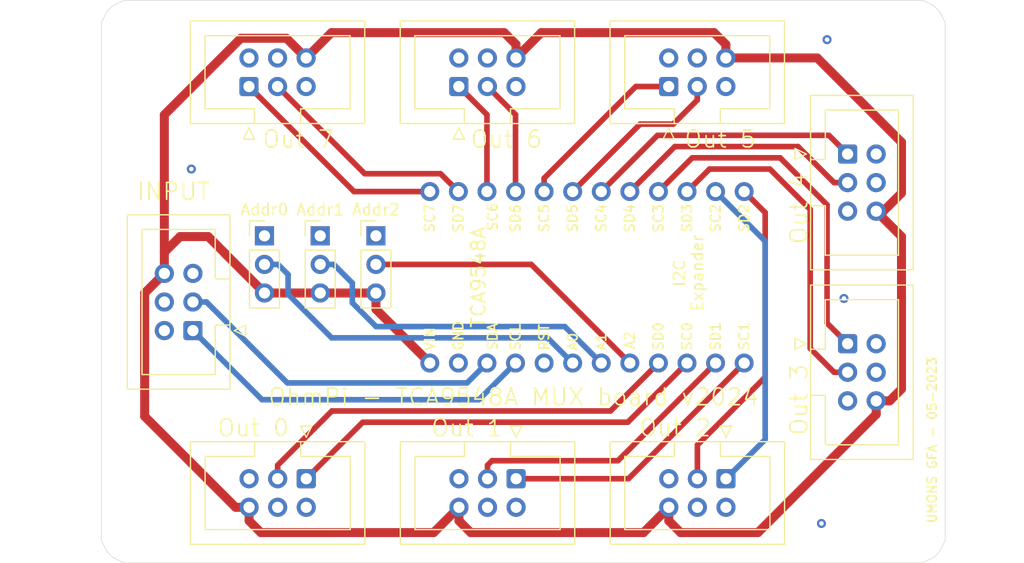
<source format=kicad_pcb>
(kicad_pcb (version 20211014) (generator pcbnew)
  (layers (0 "F.Cu" signal) (31 "B.Cu" signal) (34 "B.Paste" user) (35 "F.Paste" user) (36 "B.SilkS" user "B.Silkscreen") (37 "F.SilkS" user "F.Silkscreen") (38 "B.Mask" user) (39 "F.Mask" user) (44 "Edge.Cuts" user))
  (net 0 "")
  (net 1 "/A0")
  (net 2 "/A1")
  (net 3 "/A2")
  (net 4 "/INPUTSCL")
  (net 6 "/INPUTSDA")
  (net 8 "/7SCL")
  (net 9 "/7SDA")
  (net 10 "/6SCL")
  (net 11 "/6SDA")
  (net 12 "/5SCL")
  (net 13 "/5SDA")
  (net 14 "/4SCL")
  (net 15 "/4SDA")
  (net 16 "/3SCL")
  (net 17 "/3SDA")
  (net 18 "/2SCL")
  (net 19 "/2SDA")
  (net 20 "/1SCL")
  (net 21 "/1SDA")
  (net 22 "/0SCL")
  (net 23 "/0SDA")
  (net 24 "/RESET")
  (net 41 "+5V")
  (net 42 "GNDD")
  (footprint "Connector_IDC:IDC-Header_2x03_P2.54mm_Vertical" (layer "F.Cu") (at 116.122 78.665 90)
    (fp_text reference "J4" hide)
    (fp_text value "I2C")
    (fp_line (start -4.68 -0.5) (end -4.68 0.5) (layer "F.SilkS") (width 0.12))
    (fp_line (start 5.83 10.29) (end -3.29 10.29) (layer "F.SilkS") (width 0.12))
    (fp_line (start -1.98 4.59) (end -1.98 4.59) (layer "F.SilkS") (width 0.12))
    (fp_line (start 4.52 -3.91) (end 4.52 8.99) (layer "F.SilkS") (width 0.12))
    (fp_line (start -3.29 10.29) (end -3.29 -5.21) (layer "F.SilkS") (width 0.12))
    (fp_line (start -3.29 0.49) (end -1.98 0.49) (layer "F.SilkS") (width 0.12))
    (fp_line (start -3.68 0) (end -4.68 -0.5) (layer "F.SilkS") (width 0.12))
    (fp_line (start -1.98 4.59) (end -3.29 4.59) (layer "F.SilkS") (width 0.12))
    (fp_line (start 5.83 -5.21) (end 5.83 10.29) (layer "F.SilkS") (width 0.12))
    (fp_line (start -1.98 8.99) (end -1.98 4.59) (layer "F.SilkS") (width 0.12))
    (fp_line (start -4.68 0.5) (end -3.68 0) (layer "F.SilkS") (width 0.12))
    (fp_line (start -3.29 -5.21) (end 5.83 -5.21) (layer "F.SilkS") (width 0.12))
    (fp_line (start 4.52 8.99) (end -1.98 8.99) (layer "F.SilkS") (width 0.12))
    (fp_line (start -1.98 0.49) (end -1.98 -3.91) (layer "F.SilkS") (width 0.12))
    (fp_line (start -1.98 -3.91) (end 4.52 -3.91) (layer "F.SilkS") (width 0.12))
    (pad "1" thru_hole roundrect (at 0 0 90) (size 1.7 1.7) (drill 1) (layers *.Cu *.Mask) (roundrect_rratio 0.147059) (net 8 "/7SCL"))
    (pad "2" thru_hole circle (at 2.54 0 90) (size 1.7 1.7) (drill 1) (layers *.Cu *.Mask))
    (pad "3" thru_hole circle (at 0 2.54 90) (size 1.7 1.7) (drill 1) (layers *.Cu *.Mask) (net 9 "/7SDA"))
    (pad "4" thru_hole circle (at 2.54 2.54 90) (size 1.7 1.7) (drill 1) (layers *.Cu *.Mask))
    (pad "5" thru_hole circle (at 0 5.08 90) (size 1.7 1.7) (drill 1) (layers *.Cu *.Mask) (net 42 "GNDD"))
    (pad "6" thru_hole circle (at 2.54 5.08 90) (size 1.7 1.7) (drill 1) (layers *.Cu *.Mask) (net 41 "+5V"))
  )
  (footprint "Connector_IDC:IDC-Header_2x03_P2.54mm_Vertical" (layer "F.Cu") (at 139.863 113.52 -90)
    (fp_text reference "J3" hide)
    (fp_text value "I2C")
    (fp_line (start 5.83 10.29) (end -3.29 10.29) (layer "F.SilkS") (width 0.12))
    (fp_line (start -3.29 10.29) (end -3.29 -5.21) (layer "F.SilkS") (width 0.12))
    (fp_line (start -4.68 -0.5) (end -4.68 0.5) (layer "F.SilkS") (width 0.12))
    (fp_line (start -3.29 -5.21) (end 5.83 -5.21) (layer "F.SilkS") (width 0.12))
    (fp_line (start -3.68 0) (end -4.68 -0.5) (layer "F.SilkS") (width 0.12))
    (fp_line (start -3.29 0.49) (end -1.98 0.49) (layer "F.SilkS") (width 0.12))
    (fp_line (start -1.98 -3.91) (end 4.52 -3.91) (layer "F.SilkS") (width 0.12))
    (fp_line (start 5.83 -5.21) (end 5.83 10.29) (layer "F.SilkS") (width 0.12))
    (fp_line (start -1.98 0.49) (end -1.98 -3.91) (layer "F.SilkS") (width 0.12))
    (fp_line (start 4.52 8.99) (end -1.98 8.99) (layer "F.SilkS") (width 0.12))
    (fp_line (start -1.98 8.99) (end -1.98 4.59) (layer "F.SilkS") (width 0.12))
    (fp_line (start 4.52 -3.91) (end 4.52 8.99) (layer "F.SilkS") (width 0.12))
    (fp_line (start -1.98 4.59) (end -3.29 4.59) (layer "F.SilkS") (width 0.12))
    (fp_line (start -4.68 0.5) (end -3.68 0) (layer "F.SilkS") (width 0.12))
    (fp_line (start -1.98 4.59) (end -1.98 4.59) (layer "F.SilkS") (width 0.12))
    (pad "1" thru_hole roundrect (at 0 0 270) (size 1.7 1.7) (drill 1) (layers *.Cu *.Mask) (roundrect_rratio 0.147059) (net 20 "/1SCL"))
    (pad "2" thru_hole circle (at 2.54 0 270) (size 1.7 1.7) (drill 1) (layers *.Cu *.Mask))
    (pad "3" thru_hole circle (at 0 2.54 270) (size 1.7 1.7) (drill 1) (layers *.Cu *.Mask) (net 21 "/1SDA"))
    (pad "4" thru_hole circle (at 2.54 2.54 270) (size 1.7 1.7) (drill 1) (layers *.Cu *.Mask))
    (pad "5" thru_hole circle (at 0 5.08 270) (size 1.7 1.7) (drill 1) (layers *.Cu *.Mask) (net 42 "GNDD"))
    (pad "6" thru_hole circle (at 2.54 5.08 270) (size 1.7 1.7) (drill 1) (layers *.Cu *.Mask) (net 41 "+5V"))
  )
  (footprint "MountingHole:MountingHole_3.2mm_M3_ISO7380" (layer "F.Cu") (at 107 115.5)
    (fp_text reference "REF**" hide)
    (fp_text value "MountingHole_3.2mm_M3_ISO7380")
    (pad "" np_thru_hole circle (at 0 0) (size 3.2 3.2) (drill 3.2) (layers *.Cu *.Mask))
  )
  (footprint "Connector_PinHeader_2.54mm:PinHeader_1x03_P2.54mm_Vertical" (layer "F.Cu") (at 127.405 91.935)
    (fp_text reference "Addr2" (at 0 -2.33) (layer "F.SilkS"))
    (fp_text value "Addr 2")
    (fp_line (start 1.33 1.27) (end 1.33 6.41) (layer "F.SilkS") (width 0.12))
    (fp_line (start -1.33 1.27) (end -1.33 6.41) (layer "F.SilkS") (width 0.12))
    (fp_line (start -1.33 0) (end -1.33 -1.33) (layer "F.SilkS") (width 0.12))
    (fp_line (start -1.33 -1.33) (end 0 -1.33) (layer "F.SilkS") (width 0.12))
    (fp_line (start -1.33 6.41) (end 1.33 6.41) (layer "F.SilkS") (width 0.12))
    (fp_line (start -1.33 1.27) (end 1.33 1.27) (layer "F.SilkS") (width 0.12))
    (pad "1" thru_hole rect (at 0 0) (size 1.7 1.7) (drill 1) (layers *.Cu *.Mask) (net 42 "GNDD"))
    (pad "2" thru_hole oval (at 0 2.54) (size 1.7 1.7) (drill 1) (layers *.Cu *.Mask) (net 3 "/A2"))
    (pad "3" thru_hole oval (at 0 5.08) (size 1.7 1.7) (drill 1) (layers *.Cu *.Mask) (net 41 "+5V"))
  )
  (footprint "MountingHole:MountingHole_3.2mm_M3_ISO7380" (layer "F.Cu") (at 172 115.5)
    (fp_text reference "REF**" hide)
    (fp_text value "MountingHole_3.2mm_M3_ISO7380")
    (pad "" np_thru_hole circle (at 0 0) (size 3.2 3.2) (drill 3.2) (layers *.Cu *.Mask))
  )
  (footprint "Connector_PinHeader_2.54mm:PinHeader_1x03_P2.54mm_Vertical" (layer "F.Cu") (at 117.499 91.935)
    (fp_text reference "Addr0" (at 0 -2.33) (layer "F.SilkS"))
    (fp_text value "Addr0")
    (fp_line (start -1.33 1.27) (end -1.33 6.41) (layer "F.SilkS") (width 0.12))
    (fp_line (start -1.33 6.41) (end 1.33 6.41) (layer "F.SilkS") (width 0.12))
    (fp_line (start 1.33 1.27) (end 1.33 6.41) (layer "F.SilkS") (width 0.12))
    (fp_line (start -1.33 -1.33) (end 0 -1.33) (layer "F.SilkS") (width 0.12))
    (fp_line (start -1.33 1.27) (end 1.33 1.27) (layer "F.SilkS") (width 0.12))
    (fp_line (start -1.33 0) (end -1.33 -1.33) (layer "F.SilkS") (width 0.12))
    (pad "1" thru_hole rect (at 0 0) (size 1.7 1.7) (drill 1) (layers *.Cu *.Mask) (net 42 "GNDD"))
    (pad "2" thru_hole oval (at 0 2.54) (size 1.7 1.7) (drill 1) (layers *.Cu *.Mask) (net 1 "/A0"))
    (pad "3" thru_hole oval (at 0 5.08) (size 1.7 1.7) (drill 1) (layers *.Cu *.Mask) (net 41 "+5V"))
  )
  (footprint "Adafruit TCA9548A:1X12_ROUND" (layer "F.Cu") (at 146.162 103.241)
    (fp_text reference "JP3" hide)
    (fp_text value "HEADER-1X12")
    (pad "1" thru_hole circle (at -13.97 0 90) (size 1.6764 1.6764) (drill 1) (layers *.Cu *.Mask) (net 41 "+5V"))
    (pad "2" thru_hole circle (at -11.43 0 90) (size 1.6764 1.6764) (drill 1) (layers *.Cu *.Mask) (net 42 "GNDD"))
    (pad "3" thru_hole circle (at -8.89 0 90) (size 1.6764 1.6764) (drill 1) (layers *.Cu *.Mask) (net 6 "/INPUTSDA"))
    (pad "4" thru_hole circle (at -6.35 0 90) (size 1.6764 1.6764) (drill 1) (layers *.Cu *.Mask) (net 4 "/INPUTSCL"))
    (pad "5" thru_hole circle (at -3.81 0 90) (size 1.6764 1.6764) (drill 1) (layers *.Cu *.Mask) (net 24 "/RESET"))
    (pad "6" thru_hole circle (at -1.27 0 90) (size 1.6764 1.6764) (drill 1) (layers *.Cu *.Mask) (net 1 "/A0"))
    (pad "7" thru_hole circle (at 1.27 0 90) (size 1.6764 1.6764) (drill 1) (layers *.Cu *.Mask) (net 2 "/A1"))
    (pad "8" thru_hole circle (at 3.81 0 90) (size 1.6764 1.6764) (drill 1) (layers *.Cu *.Mask) (net 3 "/A2"))
    (pad "9" thru_hole circle (at 6.35 0 90) (size 1.6764 1.6764) (drill 1) (layers *.Cu *.Mask) (net 23 "/0SDA"))
    (pad "10" thru_hole circle (at 8.89 0 90) (size 1.6764 1.6764) (drill 1) (layers *.Cu *.Mask) (net 22 "/0SCL"))
    (pad "11" thru_hole circle (at 11.43 0 90) (size 1.6764 1.6764) (drill 1) (layers *.Cu *.Mask) (net 21 "/1SDA"))
    (pad "12" thru_hole circle (at 13.97 0 90) (size 1.6764 1.6764) (drill 1) (layers *.Cu *.Mask) (net 20 "/1SCL"))
  )
  (footprint "Connector_IDC:IDC-Header_2x03_P2.54mm_Vertical" (layer "F.Cu") (at 121.212 113.52 -90)
    (fp_text reference "J2" hide)
    (fp_text value "I2C")
    (fp_line (start 5.83 10.29) (end -3.29 10.29) (layer "F.SilkS") (width 0.12))
    (fp_line (start -1.98 4.59) (end -1.98 4.59) (layer "F.SilkS") (width 0.12))
    (fp_line (start 4.52 8.99) (end -1.98 8.99) (layer "F.SilkS") (width 0.12))
    (fp_line (start -4.68 -0.5) (end -4.68 0.5) (layer "F.SilkS") (width 0.12))
    (fp_line (start -3.29 10.29) (end -3.29 -5.21) (layer "F.SilkS") (width 0.12))
    (fp_line (start 5.83 -5.21) (end 5.83 10.29) (layer "F.SilkS") (width 0.12))
    (fp_line (start -1.98 -3.91) (end 4.52 -3.91) (layer "F.SilkS") (width 0.12))
    (fp_line (start -1.98 0.49) (end -1.98 -3.91) (layer "F.SilkS") (width 0.12))
    (fp_line (start -1.98 4.59) (end -3.29 4.59) (layer "F.SilkS") (width 0.12))
    (fp_line (start -3.68 0) (end -4.68 -0.5) (layer "F.SilkS") (width 0.12))
    (fp_line (start -3.29 0.49) (end -1.98 0.49) (layer "F.SilkS") (width 0.12))
    (fp_line (start -3.29 -5.21) (end 5.83 -5.21) (layer "F.SilkS") (width 0.12))
    (fp_line (start -1.98 8.99) (end -1.98 4.59) (layer "F.SilkS") (width 0.12))
    (fp_line (start 4.52 -3.91) (end 4.52 8.99) (layer "F.SilkS") (width 0.12))
    (fp_line (start -4.68 0.5) (end -3.68 0) (layer "F.SilkS") (width 0.12))
    (pad "1" thru_hole roundrect (at 0 0 270) (size 1.7 1.7) (drill 1) (layers *.Cu *.Mask) (roundrect_rratio 0.147059) (net 22 "/0SCL"))
    (pad "2" thru_hole circle (at 2.54 0 270) (size 1.7 1.7) (drill 1) (layers *.Cu *.Mask))
    (pad "3" thru_hole circle (at 0 2.54 270) (size 1.7 1.7) (drill 1) (layers *.Cu *.Mask) (net 23 "/0SDA"))
    (pad "4" thru_hole circle (at 2.54 2.54 270) (size 1.7 1.7) (drill 1) (layers *.Cu *.Mask))
    (pad "5" thru_hole circle (at 0 5.08 270) (size 1.7 1.7) (drill 1) (layers *.Cu *.Mask) (net 42 "GNDD"))
    (pad "6" thru_hole circle (at 2.54 5.08 270) (size 1.7 1.7) (drill 1) (layers *.Cu *.Mask) (net 41 "+5V"))
  )
  (footprint "Adafruit TCA9548A:1X12_ROUND" (layer "F.Cu") (at 146.162 88.001 180)
    (fp_text reference "JP1" hide)
    (fp_text value "HEADER-1X12")
    (pad "1" thru_hole circle (at -13.97 0 270) (size 1.6764 1.6764) (drill 1) (layers *.Cu *.Mask) (net 19 "/2SDA"))
    (pad "2" thru_hole circle (at -11.43 0 270) (size 1.6764 1.6764) (drill 1) (layers *.Cu *.Mask) (net 18 "/2SCL"))
    (pad "3" thru_hole circle (at -8.89 0 270) (size 1.6764 1.6764) (drill 1) (layers *.Cu *.Mask) (net 17 "/3SDA"))
    (pad "4" thru_hole circle (at -6.35 0 270) (size 1.6764 1.6764) (drill 1) (layers *.Cu *.Mask) (net 16 "/3SCL"))
    (pad "5" thru_hole circle (at -3.81 0 270) (size 1.6764 1.6764) (drill 1) (layers *.Cu *.Mask) (net 15 "/4SDA"))
    (pad "6" thru_hole circle (at -1.27 0 270) (size 1.6764 1.6764) (drill 1) (layers *.Cu *.Mask) (net 14 "/4SCL"))
    (pad "7" thru_hole circle (at 1.27 0 270) (size 1.6764 1.6764) (drill 1) (layers *.Cu *.Mask) (net 13 "/5SDA"))
    (pad "8" thru_hole circle (at 3.81 0 270) (size 1.6764 1.6764) (drill 1) (layers *.Cu *.Mask) (net 12 "/5SCL"))
    (pad "9" thru_hole circle (at 6.35 0 270) (size 1.6764 1.6764) (drill 1) (layers *.Cu *.Mask) (net 11 "/6SDA"))
    (pad "10" thru_hole circle (at 8.89 0 270) (size 1.6764 1.6764) (drill 1) (layers *.Cu *.Mask) (net 10 "/6SCL"))
    (pad "11" thru_hole circle (at 11.43 0 270) (size 1.6764 1.6764) (drill 1) (layers *.Cu *.Mask) (net 9 "/7SDA"))
    (pad "12" thru_hole circle (at 13.97 0 270) (size 1.6764 1.6764) (drill 1) (layers *.Cu *.Mask) (net 8 "/7SCL"))
  )
  (footprint "Connector_IDC:IDC-Header_2x03_P2.54mm_Vertical" (layer "F.Cu") (at 169.325 84.665)
    (fp_text reference "J7" hide)
    (fp_text value "I2C")
    (fp_line (start 5.83 -5.21) (end 5.83 10.29) (layer "F.SilkS") (width 0.12))
    (fp_line (start -1.98 4.59) (end -1.98 4.59) (layer "F.SilkS") (width 0.12))
    (fp_line (start -1.98 8.99) (end -1.98 4.59) (layer "F.SilkS") (width 0.12))
    (fp_line (start -1.98 4.59) (end -3.29 4.59) (layer "F.SilkS") (width 0.12))
    (fp_line (start 5.83 10.29) (end -3.29 10.29) (layer "F.SilkS") (width 0.12))
    (fp_line (start 4.52 8.99) (end -1.98 8.99) (layer "F.SilkS") (width 0.12))
    (fp_line (start -4.68 -0.5) (end -4.68 0.5) (layer "F.SilkS") (width 0.12))
    (fp_line (start -3.29 -5.21) (end 5.83 -5.21) (layer "F.SilkS") (width 0.12))
    (fp_line (start 4.52 -3.91) (end 4.52 8.99) (layer "F.SilkS") (width 0.12))
    (fp_line (start -1.98 0.49) (end -1.98 -3.91) (layer "F.SilkS") (width 0.12))
    (fp_line (start -4.68 0.5) (end -3.68 0) (layer "F.SilkS") (width 0.12))
    (fp_line (start -3.68 0) (end -4.68 -0.5) (layer "F.SilkS") (width 0.12))
    (fp_line (start -3.29 0.49) (end -1.98 0.49) (layer "F.SilkS") (width 0.12))
    (fp_line (start -3.29 10.29) (end -3.29 -5.21) (layer "F.SilkS") (width 0.12))
    (fp_line (start -1.98 -3.91) (end 4.52 -3.91) (layer "F.SilkS") (width 0.12))
    (pad "1" thru_hole roundrect (at 0 0) (size 1.7 1.7) (drill 1) (layers *.Cu *.Mask) (roundrect_rratio 0.147059) (net 14 "/4SCL"))
    (pad "2" thru_hole circle (at 2.54 0) (size 1.7 1.7) (drill 1) (layers *.Cu *.Mask))
    (pad "3" thru_hole circle (at 0 2.54) (size 1.7 1.7) (drill 1) (layers *.Cu *.Mask) (net 15 "/4SDA"))
    (pad "4" thru_hole circle (at 2.54 2.54) (size 1.7 1.7) (drill 1) (layers *.Cu *.Mask))
    (pad "5" thru_hole circle (at 0 5.08) (size 1.7 1.7) (drill 1) (layers *.Cu *.Mask) (net 42 "GNDD"))
    (pad "6" thru_hole circle (at 2.54 5.08) (size 1.7 1.7) (drill 1) (layers *.Cu *.Mask) (net 41 "+5V"))
  )
  (footprint "Connector_IDC:IDC-Header_2x03_P2.54mm_Vertical" (layer "F.Cu") (at 158.514 113.52 -90)
    (fp_text reference "J9" hide)
    (fp_text value "I2C")
    (fp_line (start -3.68 0) (end -4.68 -0.5) (layer "F.SilkS") (width 0.12))
    (fp_line (start -1.98 0.49) (end -1.98 -3.91) (layer "F.SilkS") (width 0.12))
    (fp_line (start 5.83 10.29) (end -3.29 10.29) (layer "F.SilkS") (width 0.12))
    (fp_line (start -4.68 -0.5) (end -4.68 0.5) (layer "F.SilkS") (width 0.12))
    (fp_line (start -4.68 0.5) (end -3.68 0) (layer "F.SilkS") (width 0.12))
    (fp_line (start 4.52 8.99) (end -1.98 8.99) (layer "F.SilkS") (width 0.12))
    (fp_line (start -1.98 8.99) (end -1.98 4.59) (layer "F.SilkS") (width 0.12))
    (fp_line (start -3.29 0.49) (end -1.98 0.49) (layer "F.SilkS") (width 0.12))
    (fp_line (start -3.29 -5.21) (end 5.83 -5.21) (layer "F.SilkS") (width 0.12))
    (fp_line (start -1.98 4.59) (end -1.98 4.59) (layer "F.SilkS") (width 0.12))
    (fp_line (start 4.52 -3.91) (end 4.52 8.99) (layer "F.SilkS") (width 0.12))
    (fp_line (start -1.98 4.59) (end -3.29 4.59) (layer "F.SilkS") (width 0.12))
    (fp_line (start 5.83 -5.21) (end 5.83 10.29) (layer "F.SilkS") (width 0.12))
    (fp_line (start -1.98 -3.91) (end 4.52 -3.91) (layer "F.SilkS") (width 0.12))
    (fp_line (start -3.29 10.29) (end -3.29 -5.21) (layer "F.SilkS") (width 0.12))
    (pad "1" thru_hole roundrect (at 0 0 270) (size 1.7 1.7) (drill 1) (layers *.Cu *.Mask) (roundrect_rratio 0.147059) (net 18 "/2SCL"))
    (pad "2" thru_hole circle (at 2.54 0 270) (size 1.7 1.7) (drill 1) (layers *.Cu *.Mask))
    (pad "3" thru_hole circle (at 0 2.54 270) (size 1.7 1.7) (drill 1) (layers *.Cu *.Mask) (net 19 "/2SDA"))
    (pad "4" thru_hole circle (at 2.54 2.54 270) (size 1.7 1.7) (drill 1) (layers *.Cu *.Mask))
    (pad "5" thru_hole circle (at 0 5.08 270) (size 1.7 1.7) (drill 1) (layers *.Cu *.Mask) (net 42 "GNDD"))
    (pad "6" thru_hole circle (at 2.54 5.08 270) (size 1.7 1.7) (drill 1) (layers *.Cu *.Mask) (net 41 "+5V"))
  )
  (footprint "MountingHole:MountingHole_3.2mm_M3_ISO7380" (layer "F.Cu") (at 107 75.5)
    (fp_text reference "REF**" hide)
    (fp_text value "MountingHole_3.2mm_M3_ISO7380")
    (pad "" np_thru_hole circle (at 0 0) (size 3.2 3.2) (drill 3.2) (layers *.Cu *.Mask))
  )
  (footprint "MountingHole:MountingHole_3.2mm_M3_ISO7380" (layer "F.Cu") (at 172 75.5)
    (fp_text reference "REF**" hide)
    (fp_text value "MountingHole_3.2mm_M3_ISO7380")
    (pad "" np_thru_hole circle (at 0 0) (size 3.2 3.2) (drill 3.2) (layers *.Cu *.Mask))
  )
  (footprint "Connector_IDC:IDC-Header_2x03_P2.54mm_Vertical" (layer "F.Cu") (at 134.773 78.665 90)
    (fp_text reference "J5" hide)
    (fp_text value "I2C")
    (fp_line (start -1.98 8.99) (end -1.98 4.59) (layer "F.SilkS") (width 0.12))
    (fp_line (start -1.98 -3.91) (end 4.52 -3.91) (layer "F.SilkS") (width 0.12))
    (fp_line (start 5.83 -5.21) (end 5.83 10.29) (layer "F.SilkS") (width 0.12))
    (fp_line (start -3.68 0) (end -4.68 -0.5) (layer "F.SilkS") (width 0.12))
    (fp_line (start -3.29 0.49) (end -1.98 0.49) (layer "F.SilkS") (width 0.12))
    (fp_line (start -4.68 -0.5) (end -4.68 0.5) (layer "F.SilkS") (width 0.12))
    (fp_line (start -3.29 10.29) (end -3.29 -5.21) (layer "F.SilkS") (width 0.12))
    (fp_line (start -1.98 0.49) (end -1.98 -3.91) (layer "F.SilkS") (width 0.12))
    (fp_line (start -1.98 4.59) (end -1.98 4.59) (layer "F.SilkS") (width 0.12))
    (fp_line (start -1.98 4.59) (end -3.29 4.59) (layer "F.SilkS") (width 0.12))
    (fp_line (start 4.52 -3.91) (end 4.52 8.99) (layer "F.SilkS") (width 0.12))
    (fp_line (start 5.83 10.29) (end -3.29 10.29) (layer "F.SilkS") (width 0.12))
    (fp_line (start -3.29 -5.21) (end 5.83 -5.21) (layer "F.SilkS") (width 0.12))
    (fp_line (start -4.68 0.5) (end -3.68 0) (layer "F.SilkS") (width 0.12))
    (fp_line (start 4.52 8.99) (end -1.98 8.99) (layer "F.SilkS") (width 0.12))
    (pad "1" thru_hole roundrect (at 0 0 90) (size 1.7 1.7) (drill 1) (layers *.Cu *.Mask) (roundrect_rratio 0.147059) (net 10 "/6SCL"))
    (pad "2" thru_hole circle (at 2.54 0 90) (size 1.7 1.7) (drill 1) (layers *.Cu *.Mask))
    (pad "3" thru_hole circle (at 0 2.54 90) (size 1.7 1.7) (drill 1) (layers *.Cu *.Mask) (net 11 "/6SDA"))
    (pad "4" thru_hole circle (at 2.54 2.54 90) (size 1.7 1.7) (drill 1) (layers *.Cu *.Mask))
    (pad "5" thru_hole circle (at 0 5.08 90) (size 1.7 1.7) (drill 1) (layers *.Cu *.Mask) (net 42 "GNDD"))
    (pad "6" thru_hole circle (at 2.54 5.08 90) (size 1.7 1.7) (drill 1) (layers *.Cu *.Mask) (net 41 "+5V"))
  )
  (footprint "Connector_IDC:IDC-Header_2x03_P2.54mm_Vertical" (layer "F.Cu") (at 169.325 101.52)
    (fp_text reference "J8" hide)
    (fp_text value "I2C")
    (fp_line (start -4.68 -0.5) (end -4.68 0.5) (layer "F.SilkS") (width 0.12))
    (fp_line (start -1.98 4.59) (end -3.29 4.59) (layer "F.SilkS") (width 0.12))
    (fp_line (start -3.68 0) (end -4.68 -0.5) (layer "F.SilkS") (width 0.12))
    (fp_line (start -1.98 8.99) (end -1.98 4.59) (layer "F.SilkS") (width 0.12))
    (fp_line (start 4.52 -3.91) (end 4.52 8.99) (layer "F.SilkS") (width 0.12))
    (fp_line (start -4.68 0.5) (end -3.68 0) (layer "F.SilkS") (width 0.12))
    (fp_line (start -1.98 -3.91) (end 4.52 -3.91) (layer "F.SilkS") (width 0.12))
    (fp_line (start 4.52 8.99) (end -1.98 8.99) (layer "F.SilkS") (width 0.12))
    (fp_line (start -3.29 0.49) (end -1.98 0.49) (layer "F.SilkS") (width 0.12))
    (fp_line (start -1.98 0.49) (end -1.98 -3.91) (layer "F.SilkS") (width 0.12))
    (fp_line (start -1.98 4.59) (end -1.98 4.59) (layer "F.SilkS") (width 0.12))
    (fp_line (start -3.29 10.29) (end -3.29 -5.21) (layer "F.SilkS") (width 0.12))
    (fp_line (start -3.29 -5.21) (end 5.83 -5.21) (layer "F.SilkS") (width 0.12))
    (fp_line (start 5.83 -5.21) (end 5.83 10.29) (layer "F.SilkS") (width 0.12))
    (fp_line (start 5.83 10.29) (end -3.29 10.29) (layer "F.SilkS") (width 0.12))
    (pad "1" thru_hole roundrect (at 0 0) (size 1.7 1.7) (drill 1) (layers *.Cu *.Mask) (roundrect_rratio 0.147059) (net 16 "/3SCL"))
    (pad "2" thru_hole circle (at 2.54 0) (size 1.7 1.7) (drill 1) (layers *.Cu *.Mask))
    (pad "3" thru_hole circle (at 0 2.54) (size 1.7 1.7) (drill 1) (layers *.Cu *.Mask) (net 17 "/3SDA"))
    (pad "4" thru_hole circle (at 2.54 2.54) (size 1.7 1.7) (drill 1) (layers *.Cu *.Mask))
    (pad "5" thru_hole circle (at 0 5.08) (size 1.7 1.7) (drill 1) (layers *.Cu *.Mask) (net 42 "GNDD"))
    (pad "6" thru_hole circle (at 2.54 5.08) (size 1.7 1.7) (drill 1) (layers *.Cu *.Mask) (net 41 "+5V"))
  )
  (footprint "Connector_IDC:IDC-Header_2x03_P2.54mm_Vertical" (layer "F.Cu") (at 153.424 78.665 90)
    (fp_text reference "J6" hide)
    (fp_text value "I2C")
    (fp_line (start -3.29 0.49) (end -1.98 0.49) (layer "F.SilkS") (width 0.12))
    (fp_line (start -1.98 4.59) (end -3.29 4.59) (layer "F.SilkS") (width 0.12))
    (fp_line (start 4.52 -3.91) (end 4.52 8.99) (layer "F.SilkS") (width 0.12))
    (fp_line (start 5.83 10.29) (end -3.29 10.29) (layer "F.SilkS") (width 0.12))
    (fp_line (start -1.98 -3.91) (end 4.52 -3.91) (layer "F.SilkS") (width 0.12))
    (fp_line (start -1.98 8.99) (end -1.98 4.59) (layer "F.SilkS") (width 0.12))
    (fp_line (start -3.29 -5.21) (end 5.83 -5.21) (layer "F.SilkS") (width 0.12))
    (fp_line (start -3.68 0) (end -4.68 -0.5) (layer "F.SilkS") (width 0.12))
    (fp_line (start -4.68 -0.5) (end -4.68 0.5) (layer "F.SilkS") (width 0.12))
    (fp_line (start 5.83 -5.21) (end 5.83 10.29) (layer "F.SilkS") (width 0.12))
    (fp_line (start -4.68 0.5) (end -3.68 0) (layer "F.SilkS") (width 0.12))
    (fp_line (start -1.98 4.59) (end -1.98 4.59) (layer "F.SilkS") (width 0.12))
    (fp_line (start -1.98 0.49) (end -1.98 -3.91) (layer "F.SilkS") (width 0.12))
    (fp_line (start -3.29 10.29) (end -3.29 -5.21) (layer "F.SilkS") (width 0.12))
    (fp_line (start 4.52 8.99) (end -1.98 8.99) (layer "F.SilkS") (width 0.12))
    (pad "1" thru_hole roundrect (at 0 0 90) (size 1.7 1.7) (drill 1) (layers *.Cu *.Mask) (roundrect_rratio 0.147059) (net 12 "/5SCL"))
    (pad "2" thru_hole circle (at 2.54 0 90) (size 1.7 1.7) (drill 1) (layers *.Cu *.Mask))
    (pad "3" thru_hole circle (at 0 2.54 90) (size 1.7 1.7) (drill 1) (layers *.Cu *.Mask) (net 13 "/5SDA"))
    (pad "4" thru_hole circle (at 2.54 2.54 90) (size 1.7 1.7) (drill 1) (layers *.Cu *.Mask))
    (pad "5" thru_hole circle (at 0 5.08 90) (size 1.7 1.7) (drill 1) (layers *.Cu *.Mask) (net 42 "GNDD"))
    (pad "6" thru_hole circle (at 2.54 5.08 90) (size 1.7 1.7) (drill 1) (layers *.Cu *.Mask) (net 41 "+5V"))
  )
  (footprint "Connector_PinHeader_2.54mm:PinHeader_1x03_P2.54mm_Vertical" (layer "F.Cu") (at 122.452 91.935)
    (fp_text reference "Addr1" (at 0 -2.33) (layer "F.SilkS"))
    (fp_text value "Addr 1")
    (fp_line (start -1.33 0) (end -1.33 -1.33) (layer "F.SilkS") (width 0.12))
    (fp_line (start -1.33 1.27) (end 1.33 1.27) (layer "F.SilkS") (width 0.12))
    (fp_line (start -1.33 6.41) (end 1.33 6.41) (layer "F.SilkS") (width 0.12))
    (fp_line (start -1.33 1.27) (end -1.33 6.41) (layer "F.SilkS") (width 0.12))
    (fp_line (start -1.33 -1.33) (end 0 -1.33) (layer "F.SilkS") (width 0.12))
    (fp_line (start 1.33 1.27) (end 1.33 6.41) (layer "F.SilkS") (width 0.12))
    (pad "1" thru_hole rect (at 0 0) (size 1.7 1.7) (drill 1) (layers *.Cu *.Mask) (net 42 "GNDD"))
    (pad "2" thru_hole oval (at 0 2.54) (size 1.7 1.7) (drill 1) (layers *.Cu *.Mask) (net 2 "/A1"))
    (pad "3" thru_hole oval (at 0 5.08) (size 1.7 1.7) (drill 1) (layers *.Cu *.Mask) (net 41 "+5V"))
  )
  (footprint "Connector_IDC:IDC-Header_2x03_P2.54mm_Vertical" (layer "F.Cu") (at 111.14 100.355 180)
    (fp_text reference "J1" hide)
    (fp_text value "I2C")
    (fp_line (start 5.83 10.29) (end -3.29 10.29) (layer "F.SilkS") (width 0.12))
    (fp_line (start -1.98 4.59) (end -3.29 4.59) (layer "F.SilkS") (width 0.12))
    (fp_line (start -1.98 4.59) (end -1.98 4.59) (layer "F.SilkS") (width 0.12))
    (fp_line (start -4.68 -0.5) (end -4.68 0.5) (layer "F.SilkS") (width 0.12))
    (fp_line (start 4.52 8.99) (end -1.98 8.99) (layer "F.SilkS") (width 0.12))
    (fp_line (start -3.29 10.29) (end -3.29 -5.21) (layer "F.SilkS") (width 0.12))
    (fp_line (start -1.98 0.49) (end -1.98 -3.91) (layer "F.SilkS") (width 0.12))
    (fp_line (start -3.29 -5.21) (end 5.83 -5.21) (layer "F.SilkS") (width 0.12))
    (fp_line (start -3.68 0) (end -4.68 -0.5) (layer "F.SilkS") (width 0.12))
    (fp_line (start -1.98 8.99) (end -1.98 4.59) (layer "F.SilkS") (width 0.12))
    (fp_line (start 5.83 -5.21) (end 5.83 10.29) (layer "F.SilkS") (width 0.12))
    (fp_line (start -4.68 0.5) (end -3.68 0) (layer "F.SilkS") (width 0.12))
    (fp_line (start -1.98 -3.91) (end 4.52 -3.91) (layer "F.SilkS") (width 0.12))
    (fp_line (start 4.52 -3.91) (end 4.52 8.99) (layer "F.SilkS") (width 0.12))
    (fp_line (start -3.29 0.49) (end -1.98 0.49) (layer "F.SilkS") (width 0.12))
    (pad "1" thru_hole roundrect (at 0 0 180) (size 1.7 1.7) (drill 1) (layers *.Cu *.Mask) (roundrect_rratio 0.147059) (net 4 "/INPUTSCL"))
    (pad "2" thru_hole circle (at 2.54 0 180) (size 1.7 1.7) (drill 1) (layers *.Cu *.Mask))
    (pad "3" thru_hole circle (at 0 2.54 180) (size 1.7 1.7) (drill 1) (layers *.Cu *.Mask) (net 6 "/INPUTSDA"))
    (pad "4" thru_hole circle (at 2.54 2.54 180) (size 1.7 1.7) (drill 1) (layers *.Cu *.Mask))
    (pad "5" thru_hole circle (at 0 5.08 180) (size 1.7 1.7) (drill 1) (layers *.Cu *.Mask) (net 42 "GNDD"))
    (pad "6" thru_hole circle (at 2.54 5.08 180) (size 1.7 1.7) (drill 1) (layers *.Cu *.Mask) (net 41 "+5V"))
  )
  (gr_line (start 103 73) (end 103.5 72) (layer "Edge.Cuts") (width 0.05))
  (gr_line (start 177 72) (end 177 72) (layer "Edge.Cuts") (width 0.05))
  (gr_line (start 105 121) (end 104 120.5) (layer "Edge.Cuts") (width 0.05))
  (gr_line (start 103.5 120) (end 103 119) (layer "Edge.Cuts") (width 0.05))
  (gr_line (start 105 71) (end 176 71) (layer "Edge.Cuts") (width 0.05))
  (gr_line (start 177.5 72) (end 178 73) (layer "Edge.Cuts") (width 0.05))
  (gr_line (start 104 71.5) (end 103.5 72) (layer "Edge.Cuts") (width 0.05))
  (gr_line (start 178 119) (end 177.5 120) (layer "Edge.Cuts") (width 0.05))
  (gr_line (start 103 73) (end 103 119) (layer "Edge.Cuts") (width 0.05))
  (gr_line (start 176 71) (end 177 71.5) (layer "Edge.Cuts") (width 0.05))
  (gr_line (start 104 120.5) (end 103.5 120) (layer "Edge.Cuts") (width 0.05))
  (gr_line (start 177 71.5) (end 177.5 72) (layer "Edge.Cuts") (width 0.05))
  (gr_line (start 178 119) (end 178 73) (layer "Edge.Cuts") (width 0.05))
  (gr_line (start 105 121) (end 176 121) (layer "Edge.Cuts") (width 0.05))
  (gr_line (start 177.5 120) (end 177 120.5) (layer "Edge.Cuts") (width 0.05))
  (gr_line (start 177 120.5) (end 176 121) (layer "Edge.Cuts") (width 0.05))
  (gr_line (start 105 71) (end 104 71.5) (layer "Edge.Cuts") (width 0.05))
  (gr_text "I2C\nExpander" (at 155.179 95.24 90) (layer "F.SilkS") (effects (font (size 0.99441 0.99441) (thickness 0.14859))))
  (gr_text "Out 0" (at 116.5 109) (layer "F.SilkS") (effects (font (size 1.5 1.5))))
  (gr_text "SC4" (at 147.432 89.017 90) (layer "F.SilkS") (effects (font (size 0.8636 0.8636) (thickness 0.1524)) (justify right)))
  (gr_text "SC2" (at 157.592 89.017 90) (layer "F.SilkS") (effects (font (size 0.8636 0.8636) (thickness 0.1524)) (justify right)))
  (gr_text "SD5" (at 144.892 89.017 90) (layer "F.SilkS") (effects (font (size 0.8636 0.8636) (thickness 0.1524)) (justify right)))
  (gr_text "SD2" (at 160.132 89.017 90) (layer "F.SilkS") (effects (font (size 0.8636 0.8636) (thickness 0.1524)) (justify right)))
  (gr_text "SC3" (at 152.512 89.017 90) (layer "F.SilkS") (effects (font (size 0.8636 0.8636) (thickness 0.1524)) (justify right)))
  (gr_text "SD3" (at 155.052 89.017 90) (layer "F.SilkS") (effects (font (size 0.8636 0.8636) (thickness 0.1524)) (justify right)))
  (gr_text "Out 4" (at 165 89.5 90) (layer "F.SilkS") (effects (font (size 1.5 1.5))))
  (gr_text "SD7" (at 134.732 89.017 90) (layer "F.SilkS") (effects (font (size 0.8636 0.8636) (thickness 0.1524)) (justify right)))
  (gr_text "GND" (at 134.732 102.225 90) (layer "F.SilkS") (effects (font (size 0.8636 0.8636) (thickness 0.1524)) (justify left)))
  (gr_text "SC5" (at 142.352 89.017 90) (layer "F.SilkS") (effects (font (size 0.8636 0.8636) (thickness 0.1524)) (justify right)))
  (gr_text "SC0" (at 155.052 102.225 90) (layer "F.SilkS") (effects (font (size 0.8636 0.8636) (thickness 0.1524)) (justify left)))
  (gr_text "SCL" (at 139.812 102.225 90) (layer "F.SilkS") (effects (font (size 0.8636 0.8636) (thickness 0.1524)) (justify left)))
  (gr_text "Out 3" (at 165 106.5 90) (layer "F.SilkS") (effects (font (size 1.5 1.5))))
  (gr_text "SC6" (at 137.78 88.89 90) (layer "F.SilkS") (effects (font (size 0.8636 0.8636) (thickness 0.1524)) (justify right)))
  (gr_text "SD4" (at 149.972 89.017 90) (layer "F.SilkS") (effects (font (size 0.8636 0.8636) (thickness 0.1524)) (justify right)))
  (gr_text "Out 1" (at 135.5 109) (layer "F.SilkS") (effects (font (size 1.5 1.5))))
  (gr_text "Out 5" (at 157.999999 83.342328) (layer "F.SilkS") (effects (font (size 1.5 1.5))))
  (gr_text "SD6" (at 139.812 89.017 90) (layer "F.SilkS") (effects (font (size 0.8636 0.8636) (thickness 0.1524)) (justify right)))
  (gr_text "SC7" (at 132.192 89.017 90) (layer "F.SilkS") (effects (font (size 0.8636 0.8636) (thickness 0.1524)) (justify right)))
  (gr_text "A2" (at 149.972 102.098 90) (layer "F.SilkS") (effects (font (size 0.8636 0.8636) (thickness 0.1524)) (justify left)))
  (gr_text "RST" (at 142.352 102.225 90) (layer "F.SilkS") (effects (font (size 0.8636 0.8636) (thickness 0.1524)) (justify left)))
  (gr_text "UMONS GFA - 05-2023" (at 176.83 110.091 90) (layer "F.SilkS") (effects (font (size 0.8 0.8))))
  (gr_text "VIN" (at 132.192 102.225 90) (layer "F.SilkS") (effects (font (size 0.8636 0.8636) (thickness 0.1524)) (justify left)))
  (gr_text "INPUT" (at 109.41 88) (layer "F.SilkS") (effects (font (size 1.5 1.5))))
  (gr_text "SD1" (at 157.592 102.225 90) (layer "F.SilkS") (effects (font (size 0.8636 0.8636) (thickness 0.1524)) (justify left)))
  (gr_text "Out 2" (at 154 109) (layer "F.SilkS") (effects (font (size 1.5 1.5))))
  (gr_text "SDA" (at 137.78 102.225 90) (layer "F.SilkS") (effects (font (size 0.8636 0.8636) (thickness 0.1524)) (justify left)))
  (gr_text "OhmPi - TCA9548A MUX board v2024" (at 139.628 106.257) (layer "F.SilkS") (effects (font (size 1.5 1.5))))
  (gr_text "A1" (at 147.432 102.225 90) (layer "F.SilkS") (effects (font (size 0.8636 0.8636) (thickness 0.1524)) (justify left)))
  (gr_text "TCA9548A" (at 136.51 95.621 90) (layer "F.SilkS") (effects (font (size 1.22936 1.22936) (thickness 0.16764))))
  (gr_text "Out 7" (at 120.5 83.345) (layer "F.SilkS") (effects (font (size 1.5 1.5))))
  (gr_text "SC1" (at 160.132 102.225 90) (layer "F.SilkS") (effects (font (size 0.8636 0.8636) (thickness 0.1524)) (justify left)))
  (gr_text "Out 6" (at 139 83.345) (layer "F.SilkS") (effects (font (size 1.5 1.5))))
  (gr_text "A0" (at 144.892 102.225 90) (layer "F.SilkS") (effects (font (size 0.8636 0.8636) (thickness 0.1524)) (justify left)))
  (gr_text "SD0" (at 152.512 102.225 90) (layer "F.SilkS") (effects (font (size 0.8636 0.8636) (thickness 0.1524)) (justify left)))
  (segment (start 123.467842 101) (end 119.598511 97.130669) (width 0.5) (layer "B.Cu") (net 1))
  (segment (start 144.892 103.241) (end 142.651 101) (width 0.5) (layer "B.Cu") (net 1))
  (segment (start 119.598511 95.37243) (end 118.701081 94.475) (width 0.5) (layer "B.Cu") (net 1))
  (segment (start 118.701081 94.475) (end 117.499 94.475) (width 0.5) (layer "B.Cu") (net 1))
  (segment (start 119.598511 97.130669) (end 119.598511 95.37243) (width 0.5) (layer "B.Cu") (net 1))
  (segment (start 142.651 101) (end 123.467842 101) (width 0.5) (layer "B.Cu") (net 1))
  (segment (start 125.305489 96.126408) (end 125.305489 97.884647) (width 0.5) (layer "B.Cu") (net 2))
  (segment (start 127.421331 100.000489) (end 144.191489 100.000489) (width 0.5) (layer "B.Cu") (net 2))
  (segment (start 125.305489 97.884647) (end 127.421331 100.000489) (width 0.5) (layer "B.Cu") (net 2))
  (segment (start 144.191489 100.000489) (end 147.432 103.241) (width 0.5) (layer "B.Cu") (net 2))
  (segment (start 122.452 94.475) (end 123.654081 94.475) (width 0.5) (layer "B.Cu") (net 2))
  (segment (start 123.654081 94.475) (end 125.305489 96.126408) (width 0.5) (layer "B.Cu") (net 2))
  (segment (start 141.206 94.475) (end 149.972 103.241) (width 0.5) (layer "F.Cu") (net 3))
  (segment (start 127.405 94.475) (end 141.206 94.475) (width 0.5) (layer "F.Cu") (net 3))
  (segment (start 139.812 103.241) (end 136.553 106.5) (width 0.5) (layer "B.Cu") (net 4))
  (segment (start 117.285 106.5) (end 111.14 100.355) (width 0.5) (layer "B.Cu") (net 4))
  (segment (start 136.553 106.5) (end 117.285 106.5) (width 0.5) (layer "B.Cu") (net 4))
  (segment (start 135.5065 105.0065) (end 119.533582 105.0065) (width 0.5) (layer "B.Cu") (net 6))
  (segment (start 112.342081 97.815) (end 119.533582 105.0065) (width 0.5) (layer "B.Cu") (net 6))
  (segment (start 135.5065 105.0065) (end 137.272 103.241) (width 0.5) (layer "B.Cu") (net 6))
  (segment (start 112.342081 97.815) (end 111.14 97.815) (width 0.5) (layer "B.Cu") (net 6))
  (segment (start 132.192 88.001) (end 125.458 88.001) (width 0.5) (layer "F.Cu") (net 8))
  (segment (start 125.458 88.001) (end 116.122 78.665) (width 0.5) (layer "F.Cu") (net 8))
  (segment (start 126.410289 86.413289) (end 118.662 78.665) (width 0.5) (layer "F.Cu") (net 9))
  (segment (start 134.732 88.001) (end 133.144289 86.413289) (width 0.5) (layer "F.Cu") (net 9))
  (segment (start 133.144289 86.413289) (end 126.410289 86.413289) (width 0.5) (layer "F.Cu") (net 9))
  (segment (start 137.272 81.164) (end 134.773 78.665) (width 0.5) (layer "F.Cu") (net 10))
  (segment (start 137.272 88.001) (end 137.272 81.164) (width 0.5) (layer "F.Cu") (net 10))
  (segment (start 137.313 78.665) (end 139.812 81.164) (width 0.5) (layer "F.Cu") (net 11))
  (segment (start 139.812 81.164) (end 139.812 88.001) (width 0.5) (layer "F.Cu") (net 11))
  (segment (start 142.352 86.815607) (end 150.502607 78.665) (width 0.5) (layer "F.Cu") (net 12))
  (segment (start 150.502607 78.665) (end 153.424 78.665) (width 0.5) (layer "F.Cu") (net 12))
  (segment (start 142.352 88.001) (end 142.352 86.815607) (width 0.5) (layer "F.Cu") (net 12))
  (segment (start 150.891044 82.001956) (end 144.892 88.001) (width 0.5) (layer "F.Cu") (net 13))
  (segment (start 155.964 78.665) (end 155.964 79.867081) (width 0.5) (layer "F.Cu") (net 13))
  (segment (start 153.829125 82.001956) (end 150.891044 82.001956) (width 0.5) (layer "F.Cu") (net 13))
  (segment (start 155.964 79.867081) (end 153.829125 82.001956) (width 0.5) (layer "F.Cu") (net 13))
  (segment (start 167.661467 83.001467) (end 169.325 84.665) (width 0.5) (layer "F.Cu") (net 14))
  (segment (start 147.432 88.001) (end 152.431533 83.001467) (width 0.5) (layer "F.Cu") (net 14))
  (segment (start 152.431533 83.001467) (end 167.661467 83.001467) (width 0.5) (layer "F.Cu") (net 14))
  (segment (start 149.972 88.001) (end 153.972022 84.000978) (width 0.5) (layer "F.Cu") (net 15))
  (segment (start 153.972022 84.000978) (end 164.918897 84.000978) (width 0.5) (layer "F.Cu") (net 15))
  (segment (start 168.122919 87.205) (end 169.325 87.205) (width 0.5) (layer "F.Cu") (net 15))
  (segment (start 164.918897 84.000978) (end 168.122919 87.205) (width 0.5) (layer "F.Cu") (net 15))
  (segment (start 163.327533 85.000489) (end 167.499022 89.171978) (width 0.5) (layer "F.Cu") (net 16))
  (segment (start 155.512511 85.000489) (end 163.327533 85.000489) (width 0.5) (layer "F.Cu") (net 16))
  (segment (start 152.512 88.001) (end 155.512511 85.000489) (width 0.5) (layer "F.Cu") (net 16))
  (segment (start 167.499022 89.171978) (end 167.499022 99.694022) (width 0.5) (layer "F.Cu") (net 16))
  (segment (start 167.499022 99.694022) (end 169.325 101.52) (width 0.5) (layer "F.Cu") (net 16))
  (segment (start 165.999511 89.585989) (end 162.413522 86) (width 0.5) (layer "F.Cu") (net 17))
  (segment (start 169.325 104.06) (end 168.122919 104.06) (width 0.5) (layer "F.Cu") (net 17))
  (segment (start 168.122919 104.06) (end 165.999511 101.936592) (width 0.5) (layer "F.Cu") (net 17))
  (segment (start 165.999511 101.936592) (end 165.999511 89.585989) (width 0.5) (layer "F.Cu") (net 17))
  (segment (start 157.053 86) (end 155.052 88.001) (width 0.5) (layer "F.Cu") (net 17))
  (segment (start 162.413522 86) (end 157.053 86) (width 0.5) (layer "F.Cu") (net 17))
  (segment (start 158.514 113.52) (end 162 110.034) (width 0.5) (layer "B.Cu") (net 18))
  (segment (start 162 110.034) (end 162 92.409) (width 0.5) (layer "B.Cu") (net 18))
  (segment (start 162 92.409) (end 157.592 88.001) (width 0.5) (layer "B.Cu") (net 18))
  (segment (start 155.974 110.526) (end 162 104.5) (width 0.5) (layer "F.Cu") (net 19))
  (segment (start 162 89.869) (end 160.132 88.001) (width 0.5) (layer "F.Cu") (net 19))
  (segment (start 162 104.5) (end 162 89.869) (width 0.5) (layer "F.Cu") (net 19))
  (segment (start 155.974 113.52) (end 155.974 110.526) (width 0.5) (layer "F.Cu") (net 19))
  (segment (start 149.853 113.52) (end 139.863 113.52) (width 0.5) (layer "F.Cu") (net 20))
  (segment (start 160.132 103.241) (end 149.853 113.52) (width 0.5) (layer "F.Cu") (net 20))
  (segment (start 148.91252 111.92048) (end 157.592 103.241) (width 0.5) (layer "F.Cu") (net 21))
  (segment (start 137.323 112.317919) (end 137.720439 111.92048) (width 0.5) (layer "F.Cu") (net 21))
  (segment (start 137.323 113.52) (end 137.323 112.317919) (width 0.5) (layer "F.Cu") (net 21))
  (segment (start 137.720439 111.92048) (end 148.91252 111.92048) (width 0.5) (layer "F.Cu") (net 21))
  (segment (start 149.793 108.5) (end 155.052 103.241) (width 0.5) (layer "F.Cu") (net 22))
  (segment (start 121.212 113.52) (end 126.232 108.5) (width 0.5) (layer "F.Cu") (net 22))
  (segment (start 126.232 108.5) (end 149.793 108.5) (width 0.5) (layer "F.Cu") (net 22))
  (segment (start 148.252511 107.500489) (end 123.48943 107.500489) (width 0.5) (layer "F.Cu") (net 23))
  (segment (start 152.512 103.241) (end 148.252511 107.500489) (width 0.5) (layer "F.Cu") (net 23))
  (segment (start 118.672 112.317919) (end 118.672 113.52) (width 0.5) (layer "F.Cu") (net 23))
  (segment (start 123.48943 107.500489) (end 118.672 112.317919) (width 0.5) (layer "F.Cu") (net 23))
  (segment (start 172.50629 89.745) (end 174.114511 88.136779) (width 0.8) (layer "F.Cu") (net 41))
  (segment (start 114.929919 116.06) (end 106.850489 107.98057) (width 0.8) (layer "F.Cu") (net 41))
  (segment (start 171.865 106.6) (end 171.865 107.802081) (width 0.8) (layer "F.Cu") (net 41))
  (segment (start 139.853 76.125) (end 142.102511 73.875489) (width 0.8) (layer "F.Cu") (net 41))
  (segment (start 171.865 106.6) (end 173.067081 106.6) (width 0.8) (layer "F.Cu") (net 41))
  (segment (start 174.114511 105.55257) (end 174.114511 91.994511) (width 0.8) (layer "F.Cu") (net 41))
  (segment (start 119.452489 74.375489) (end 115.397328 74.375489) (width 0.8) (layer "F.Cu") (net 41))
  (segment (start 114.009489 93.509489) (end 112.5 92) (width 0.8) (layer "F.Cu") (net 41))
  (segment (start 139.853 74.922919) (end 138.80557 73.875489) (width 0.8) (layer "F.Cu") (net 41))
  (segment (start 135.83043 118.309511) (end 134.783 117.262081) (width 0.8) (layer "F.Cu") (net 41))
  (segment (start 117.499 97.015) (end 114.009489 93.525489) (width 0.8) (layer "F.Cu") (net 41))
  (segment (start 116.132 117.262081) (end 116.132 116.06) (width 0.8) (layer "F.Cu") (net 41))
  (segment (start 112.5 92) (end 110 92) (width 0.8) (layer "F.Cu") (net 41))
  (segment (start 153.434 116.06) (end 151.184489 118.309511) (width 0.8) (layer "F.Cu") (net 41))
  (segment (start 142.102511 73.875489) (end 157.45657 73.875489) (width 0.8) (layer "F.Cu") (net 41))
  (segment (start 117.499 97.015) (end 127.405 97.015) (width 0.8) (layer "F.Cu") (net 41))
  (segment (start 108.6 81.172817) (end 108.6 95.275) (width 0.8) (layer "F.Cu") (net 41))
  (segment (start 158.504 74.922919) (end 157.45657 73.875489) (width 0.8) (layer "F.Cu") (net 41))
  (segment (start 117.17943 118.309511) (end 116.132 117.262081) (width 0.8) (layer "F.Cu") (net 41))
  (segment (start 134.783 116.06) (end 132.533489 118.309511) (width 0.8) (layer "F.Cu") (net 41))
  (segment (start 154.48143 118.309511) (end 153.434 117.262081) (width 0.8) (layer "F.Cu") (net 41))
  (segment (start 171.865 107.802081) (end 161.35757 118.309511) (width 0.8) (layer "F.Cu") (net 41))
  (segment (start 171.865 89.745) (end 172.50629 89.745) (width 0.8) (layer "F.Cu") (net 41))
  (segment (start 166.625 76.125) (end 158.504 76.125) (width 0.8) (layer "F.Cu") (net 41))
  (segment (start 153.434 117.262081) (end 153.434 116.06) (width 0.8) (layer "F.Cu") (net 41))
  (segment (start 174.114511 88.136779) (end 174.114511 83.614511) (width 0.8) (layer "F.Cu") (net 41))
  (segment (start 106.850489 97.024511) (end 108.6 95.275) (width 0.8) (layer "F.Cu") (net 41))
  (segment (start 174.114511 83.614511) (end 166.625 76.125) (width 0.8) (layer "F.Cu") (net 41))
  (segment (start 174.114511 91.994511) (end 171.865 89.745) (width 0.8) (layer "F.Cu") (net 41))
  (segment (start 161.35757 118.309511) (end 154.48143 118.309511) (width 0.8) (layer "F.Cu") (net 41))
  (segment (start 139.853 76.125) (end 139.853 74.922919) (width 0.8) (layer "F.Cu") (net 41))
  (segment (start 110 92) (end 108.6 93.4) (width 0.8) (layer "F.Cu") (net 41))
  (segment (start 106.850489 107.98057) (end 106.850489 97.024511) (width 0.8) (layer "F.Cu") (net 41))
  (segment (start 116.132 116.06) (end 114.929919 116.06) (width 0.8) (layer "F.Cu") (net 41))
  (segment (start 123.451511 73.875489) (end 121.202 76.125) (width 0.8) (layer "F.Cu") (net 41))
  (segment (start 115.397328 74.375489) (end 108.6 81.172817) (width 0.8) (layer "F.Cu") (net 41))
  (segment (start 127.405 97.015) (end 127.405 98.454) (width 0.8) (layer "F.Cu") (net 41))
  (segment (start 127.405 98.454) (end 132.192 103.241) (width 0.8) (layer "F.Cu") (net 41))
  (segment (start 134.783 117.262081) (end 134.783 116.06) (width 0.8) (layer "F.Cu") (net 41))
  (segment (start 158.504 76.125) (end 158.504 74.922919) (width 0.8) (layer "F.Cu") (net 41))
  (segment (start 173.067081 106.6) (end 174.114511 105.55257) (width 0.8) (layer "F.Cu") (net 41))
  (segment (start 114.009489 93.525489) (end 114.009489 93.509489) (width 0.8) (layer "F.Cu") (net 41))
  (segment (start 151.184489 118.309511) (end 135.83043 118.309511) (width 0.8) (layer "F.Cu") (net 41))
  (segment (start 132.533489 118.309511) (end 117.17943 118.309511) (width 0.8) (layer "F.Cu") (net 41))
  (segment (start 121.202 76.125) (end 119.452489 74.375489) (width 0.8) (layer "F.Cu") (net 41))
  (segment (start 138.80557 73.875489) (end 123.451511 73.875489) (width 0.8) (layer "F.Cu") (net 41))
  (via (at 111 86) (size 0.8) (drill 0.4) (layers "F.Cu" "B.Cu") (net 42))
  (via (at 167 117.5) (size 0.8) (drill 0.4) (layers "F.Cu" "B.Cu") (net 42))
  (via (at 167.5 74.5) (size 0.8) (drill 0.4) (layers "F.Cu" "B.Cu") (net 42))
  (via (at 169 97.5) (size 0.8) (drill 0.4) (layers "F.Cu" "B.Cu") (net 42))
)
</source>
